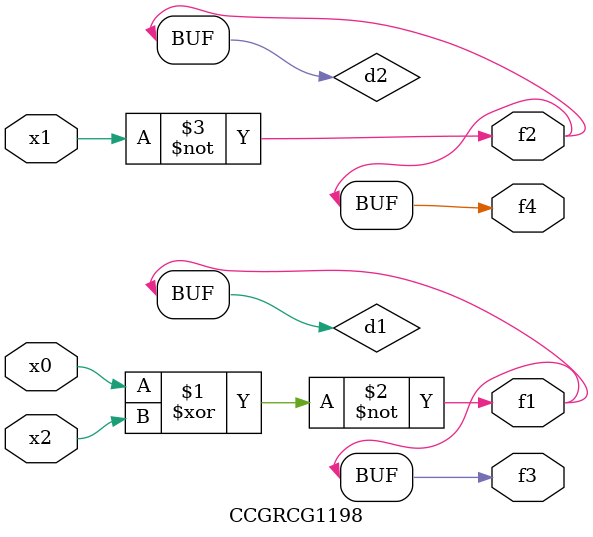
<source format=v>
module CCGRCG1198(
	input x0, x1, x2,
	output f1, f2, f3, f4
);

	wire d1, d2, d3;

	xnor (d1, x0, x2);
	nand (d2, x1);
	nor (d3, x1, x2);
	assign f1 = d1;
	assign f2 = d2;
	assign f3 = d1;
	assign f4 = d2;
endmodule

</source>
